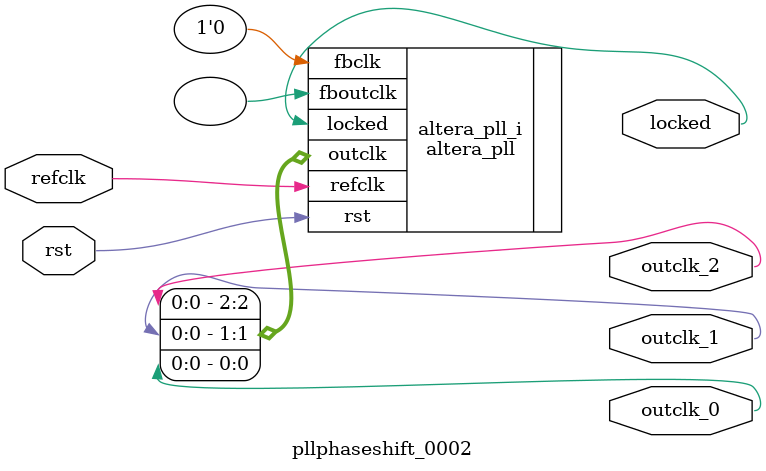
<source format=v>
`timescale 1ns/10ps
module  pllphaseshift_0002(

	// interface 'refclk'
	input wire refclk,

	// interface 'reset'
	input wire rst,

	// interface 'outclk0'
	output wire outclk_0,

	// interface 'outclk1'
	output wire outclk_1,

	// interface 'outclk2'
	output wire outclk_2,

	// interface 'locked'
	output wire locked
);

	altera_pll #(
		.fractional_vco_multiplier("false"),
		.reference_clock_frequency("50.0 MHz"),
		.operation_mode("direct"),
		.number_of_clocks(3),
		.output_clock_frequency0("50.000000 MHz"),
		.phase_shift0("5000 ps"),
		.duty_cycle0(50),
		.output_clock_frequency1("50.000000 MHz"),
		.phase_shift1("10000 ps"),
		.duty_cycle1(50),
		.output_clock_frequency2("50.000000 MHz"),
		.phase_shift2("15000 ps"),
		.duty_cycle2(50),
		.output_clock_frequency3("0 MHz"),
		.phase_shift3("0 ps"),
		.duty_cycle3(50),
		.output_clock_frequency4("0 MHz"),
		.phase_shift4("0 ps"),
		.duty_cycle4(50),
		.output_clock_frequency5("0 MHz"),
		.phase_shift5("0 ps"),
		.duty_cycle5(50),
		.output_clock_frequency6("0 MHz"),
		.phase_shift6("0 ps"),
		.duty_cycle6(50),
		.output_clock_frequency7("0 MHz"),
		.phase_shift7("0 ps"),
		.duty_cycle7(50),
		.output_clock_frequency8("0 MHz"),
		.phase_shift8("0 ps"),
		.duty_cycle8(50),
		.output_clock_frequency9("0 MHz"),
		.phase_shift9("0 ps"),
		.duty_cycle9(50),
		.output_clock_frequency10("0 MHz"),
		.phase_shift10("0 ps"),
		.duty_cycle10(50),
		.output_clock_frequency11("0 MHz"),
		.phase_shift11("0 ps"),
		.duty_cycle11(50),
		.output_clock_frequency12("0 MHz"),
		.phase_shift12("0 ps"),
		.duty_cycle12(50),
		.output_clock_frequency13("0 MHz"),
		.phase_shift13("0 ps"),
		.duty_cycle13(50),
		.output_clock_frequency14("0 MHz"),
		.phase_shift14("0 ps"),
		.duty_cycle14(50),
		.output_clock_frequency15("0 MHz"),
		.phase_shift15("0 ps"),
		.duty_cycle15(50),
		.output_clock_frequency16("0 MHz"),
		.phase_shift16("0 ps"),
		.duty_cycle16(50),
		.output_clock_frequency17("0 MHz"),
		.phase_shift17("0 ps"),
		.duty_cycle17(50),
		.pll_type("General"),
		.pll_subtype("General")
	) altera_pll_i (
		.rst	(rst),
		.outclk	({outclk_2, outclk_1, outclk_0}),
		.locked	(locked),
		.fboutclk	( ),
		.fbclk	(1'b0),
		.refclk	(refclk)
	);
endmodule


</source>
